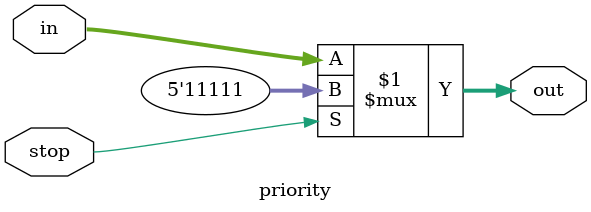
<source format=v>
/*
# Team ID:          2396
# Theme:            AstroTinker Bot 
# Author List:      Anirudh Bhogi
# Filename:         priority
# File Description: Helps in uart_tx module to send end og run message
# Global variables: None
*/ 
module priority(
	input [4:0] in,
	input stop,
	output [4:0] out
);
// stop : stop signal which is sent by the cpu controller
// in	  : fault or column's encoded number
// out  : code being sent to uart_tx for data transmission
	assign out = (stop) ? 5'b11111 : in;
endmodule
</source>
